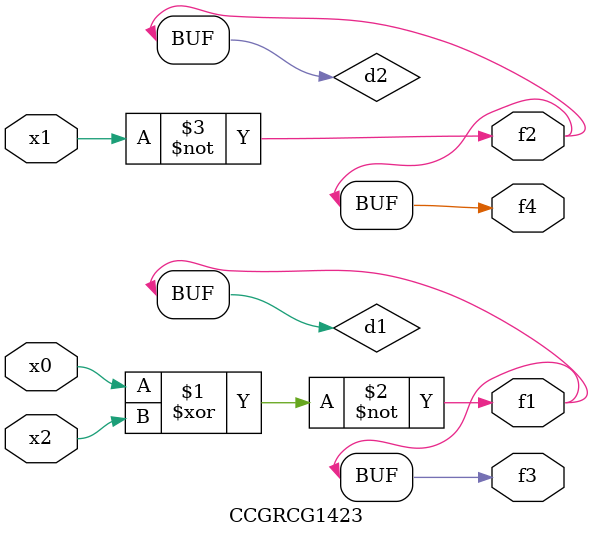
<source format=v>
module CCGRCG1423(
	input x0, x1, x2,
	output f1, f2, f3, f4
);

	wire d1, d2, d3;

	xnor (d1, x0, x2);
	nand (d2, x1);
	nor (d3, x1, x2);
	assign f1 = d1;
	assign f2 = d2;
	assign f3 = d1;
	assign f4 = d2;
endmodule

</source>
